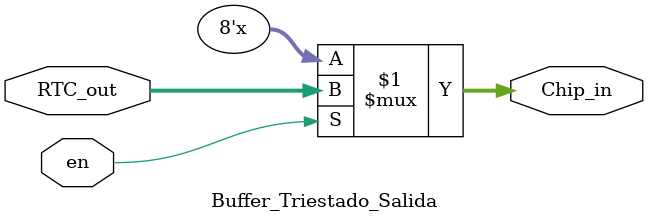
<source format=v>
`timescale 1ns / 1ps
module Buffer_Triestado_Salida(
    input [7:0] RTC_out,
    input en,
    output [7:0] Chip_in
    );
	 
	 assign Chip_in = en ? RTC_out : 8'bz; 
		 
endmodule

</source>
